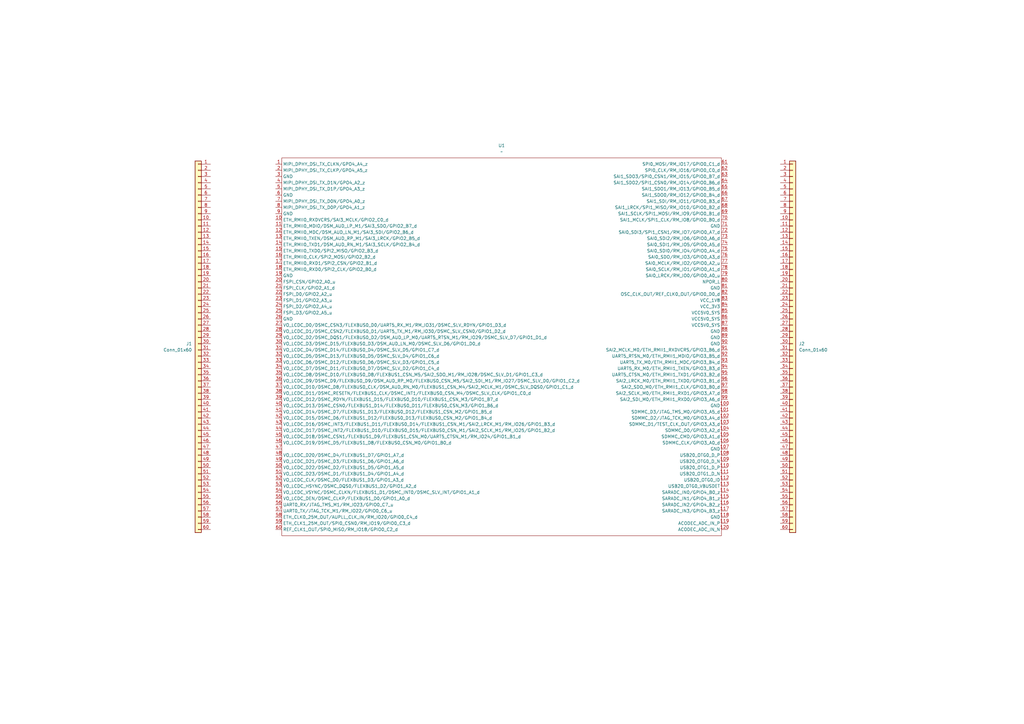
<source format=kicad_sch>
(kicad_sch (version 20250114) (generator "eeschema") (generator_version "9.0")
  (paper "A3")
  (lib_symbols
    (symbol "Connector_Generic:Conn_01x60" (pin_names (offset 1.016) (hide yes))
      (property "Reference" "J" (at 0 76.2 0))
      (property "Value" "Conn_01x60" (at 0 -78.74 0))
      (symbol "Conn_01x60_1_1"
        (rectangle (start -1.27 74.93) (end 1.27 -77.47) (stroke (width 0.254)) (fill (type background)))
        (rectangle (start -1.27 73.787) (end 0 73.533) (stroke (width 0.1524)))
        (rectangle (start -1.27 71.247) (end 0 70.993) (stroke (width 0.1524)))
        (rectangle (start -1.27 68.707) (end 0 68.453) (stroke (width 0.1524)))
        (rectangle (start -1.27 66.167) (end 0 65.913) (stroke (width 0.1524)))
        (rectangle (start -1.27 63.627) (end 0 63.373) (stroke (width 0.1524)))
        (rectangle (start -1.27 61.087) (end 0 60.833) (stroke (width 0.1524)))
        (rectangle (start -1.27 58.547) (end 0 58.293) (stroke (width 0.1524)))
        (rectangle (start -1.27 56.007) (end 0 55.753) (stroke (width 0.1524)))
        (rectangle (start -1.27 53.467) (end 0 53.213) (stroke (width 0.1524)))
        (rectangle (start -1.27 50.927) (end 0 50.673) (stroke (width 0.1524)))
        (rectangle (start -1.27 48.387) (end 0 48.133) (stroke (width 0.1524)))
        (rectangle (start -1.27 45.847) (end 0 45.593) (stroke (width 0.1524)))
        (rectangle (start -1.27 43.307) (end 0 43.053) (stroke (width 0.1524)))
        (rectangle (start -1.27 40.767) (end 0 40.513) (stroke (width 0.1524)))
        (rectangle (start -1.27 38.227) (end 0 37.973) (stroke (width 0.1524)))
        (rectangle (start -1.27 35.687) (end 0 35.433) (stroke (width 0.1524)))
        (rectangle (start -1.27 33.147) (end 0 32.893) (stroke (width 0.1524)))
        (rectangle (start -1.27 30.607) (end 0 30.353) (stroke (width 0.1524)))
        (rectangle (start -1.27 28.067) (end 0 27.813) (stroke (width 0.1524)))
        (rectangle (start -1.27 25.527) (end 0 25.273) (stroke (width 0.1524)))
        (rectangle (start -1.27 22.987) (end 0 22.733) (stroke (width 0.1524)))
        (rectangle (start -1.27 20.447) (end 0 20.193) (stroke (width 0.1524)))
        (rectangle (start -1.27 17.907) (end 0 17.653) (stroke (width 0.1524)))
        (rectangle (start -1.27 15.367) (end 0 15.113) (stroke (width 0.1524)))
        (rectangle (start -1.27 12.827) (end 0 12.573) (stroke (width 0.1524)))
        (rectangle (start -1.27 10.287) (end 0 10.033) (stroke (width 0.1524)))
        (rectangle (start -1.27 7.747) (end 0 7.493) (stroke (width 0.1524)))
        (rectangle (start -1.27 5.207) (end 0 4.953) (stroke (width 0.1524)))
        (rectangle (start -1.27 2.667) (end 0 2.413) (stroke (width 0.1524)))
        (rectangle (start -1.27 0.127) (end 0 -0.127) (stroke (width 0.1524)))
        (rectangle (start -1.27 -2.413) (end 0 -2.667) (stroke (width 0.1524)))
        (rectangle (start -1.27 -4.953) (end 0 -5.207) (stroke (width 0.1524)))
        (rectangle (start -1.27 -7.493) (end 0 -7.747) (stroke (width 0.1524)))
        (rectangle (start -1.27 -10.033) (end 0 -10.287) (stroke (width 0.1524)))
        (rectangle (start -1.27 -12.573) (end 0 -12.827) (stroke (width 0.1524)))
        (rectangle (start -1.27 -15.113) (end 0 -15.367) (stroke (width 0.1524)))
        (rectangle (start -1.27 -17.653) (end 0 -17.907) (stroke (width 0.1524)))
        (rectangle (start -1.27 -20.193) (end 0 -20.447) (stroke (width 0.1524)))
        (rectangle (start -1.27 -22.733) (end 0 -22.987) (stroke (width 0.1524)))
        (rectangle (start -1.27 -25.273) (end 0 -25.527) (stroke (width 0.1524)))
        (rectangle (start -1.27 -27.813) (end 0 -28.067) (stroke (width 0.1524)))
        (rectangle (start -1.27 -30.353) (end 0 -30.607) (stroke (width 0.1524)))
        (rectangle (start -1.27 -32.893) (end 0 -33.147) (stroke (width 0.1524)))
        (rectangle (start -1.27 -35.433) (end 0 -35.687) (stroke (width 0.1524)))
        (rectangle (start -1.27 -37.973) (end 0 -38.227) (stroke (width 0.1524)))
        (rectangle (start -1.27 -40.513) (end 0 -40.767) (stroke (width 0.1524)))
        (rectangle (start -1.27 -43.053) (end 0 -43.307) (stroke (width 0.1524)))
        (rectangle (start -1.27 -45.593) (end 0 -45.847) (stroke (width 0.1524)))
        (rectangle (start -1.27 -48.133) (end 0 -48.387) (stroke (width 0.1524)))
        (rectangle (start -1.27 -50.673) (end 0 -50.927) (stroke (width 0.1524)))
        (rectangle (start -1.27 -53.213) (end 0 -53.467) (stroke (width 0.1524)))
        (rectangle (start -1.27 -55.753) (end 0 -56.007) (stroke (width 0.1524)))
        (rectangle (start -1.27 -58.293) (end 0 -58.547) (stroke (width 0.1524)))
        (rectangle (start -1.27 -60.833) (end 0 -61.087) (stroke (width 0.1524)))
        (rectangle (start -1.27 -63.373) (end 0 -63.627) (stroke (width 0.1524)))
        (rectangle (start -1.27 -65.913) (end 0 -66.167) (stroke (width 0.1524)))
        (rectangle (start -1.27 -68.453) (end 0 -68.707) (stroke (width 0.1524)))
        (rectangle (start -1.27 -70.993) (end 0 -71.247) (stroke (width 0.1524)))
        (rectangle (start -1.27 -73.533) (end 0 -73.787) (stroke (width 0.1524)))
        (rectangle (start -1.27 -76.073) (end 0 -76.327) (stroke (width 0.1524)))
        (pin passive line (at -5.08 73.66 0) (length 3.81) (name "Pin_1") (number "1"))
        (pin passive line (at -5.08 71.12 0) (length 3.81) (name "Pin_2") (number "2"))
        (pin passive line (at -5.08 68.58 0) (length 3.81) (name "Pin_3") (number "3"))
        (pin passive line (at -5.08 66.04 0) (length 3.81) (name "Pin_4") (number "4"))
        (pin passive line (at -5.08 63.5 0) (length 3.81) (name "Pin_5") (number "5"))
        (pin passive line (at -5.08 60.96 0) (length 3.81) (name "Pin_6") (number "6"))
        (pin passive line (at -5.08 58.42 0) (length 3.81) (name "Pin_7") (number "7"))
        (pin passive line (at -5.08 55.88 0) (length 3.81) (name "Pin_8") (number "8"))
        (pin passive line (at -5.08 53.34 0) (length 3.81) (name "Pin_9") (number "9"))
        (pin passive line (at -5.08 50.8 0) (length 3.81) (name "Pin_10") (number "10"))
        (pin passive line (at -5.08 48.26 0) (length 3.81) (name "Pin_11") (number "11"))
        (pin passive line (at -5.08 45.72 0) (length 3.81) (name "Pin_12") (number "12"))
        (pin passive line (at -5.08 43.18 0) (length 3.81) (name "Pin_13") (number "13"))
        (pin passive line (at -5.08 40.64 0) (length 3.81) (name "Pin_14") (number "14"))
        (pin passive line (at -5.08 38.1 0) (length 3.81) (name "Pin_15") (number "15"))
        (pin passive line (at -5.08 35.56 0) (length 3.81) (name "Pin_16") (number "16"))
        (pin passive line (at -5.08 33.02 0) (length 3.81) (name "Pin_17") (number "17"))
        (pin passive line (at -5.08 30.48 0) (length 3.81) (name "Pin_18") (number "18"))
        (pin passive line (at -5.08 27.94 0) (length 3.81) (name "Pin_19") (number "19"))
        (pin passive line (at -5.08 25.4 0) (length 3.81) (name "Pin_20") (number "20"))
        (pin passive line (at -5.08 22.86 0) (length 3.81) (name "Pin_21") (number "21"))
        (pin passive line (at -5.08 20.32 0) (length 3.81) (name "Pin_22") (number "22"))
        (pin passive line (at -5.08 17.78 0) (length 3.81) (name "Pin_23") (number "23"))
        (pin passive line (at -5.08 15.24 0) (length 3.81) (name "Pin_24") (number "24"))
        (pin passive line (at -5.08 12.7 0) (length 3.81) (name "Pin_25") (number "25"))
        (pin passive line (at -5.08 10.16 0) (length 3.81) (name "Pin_26") (number "26"))
        (pin passive line (at -5.08 7.62 0) (length 3.81) (name "Pin_27") (number "27"))
        (pin passive line (at -5.08 5.08 0) (length 3.81) (name "Pin_28") (number "28"))
        (pin passive line (at -5.08 2.54 0) (length 3.81) (name "Pin_29") (number "29"))
        (pin passive line (at -5.08 0 0) (length 3.81) (name "Pin_30") (number "30"))
        (pin passive line (at -5.08 -2.54 0) (length 3.81) (name "Pin_31") (number "31"))
        (pin passive line (at -5.08 -5.08 0) (length 3.81) (name "Pin_32") (number "32"))
        (pin passive line (at -5.08 -7.62 0) (length 3.81) (name "Pin_33") (number "33"))
        (pin passive line (at -5.08 -10.16 0) (length 3.81) (name "Pin_34") (number "34"))
        (pin passive line (at -5.08 -12.7 0) (length 3.81) (name "Pin_35") (number "35"))
        (pin passive line (at -5.08 -15.24 0) (length 3.81) (name "Pin_36") (number "36"))
        (pin passive line (at -5.08 -17.78 0) (length 3.81) (name "Pin_37") (number "37"))
        (pin passive line (at -5.08 -20.32 0) (length 3.81) (name "Pin_38") (number "38"))
        (pin passive line (at -5.08 -22.86 0) (length 3.81) (name "Pin_39") (number "39"))
        (pin passive line (at -5.08 -25.4 0) (length 3.81) (name "Pin_40") (number "40"))
        (pin passive line (at -5.08 -27.94 0) (length 3.81) (name "Pin_41") (number "41"))
        (pin passive line (at -5.08 -30.48 0) (length 3.81) (name "Pin_42") (number "42"))
        (pin passive line (at -5.08 -33.02 0) (length 3.81) (name "Pin_43") (number "43"))
        (pin passive line (at -5.08 -35.56 0) (length 3.81) (name "Pin_44") (number "44"))
        (pin passive line (at -5.08 -38.1 0) (length 3.81) (name "Pin_45") (number "45"))
        (pin passive line (at -5.08 -40.64 0) (length 3.81) (name "Pin_46") (number "46"))
        (pin passive line (at -5.08 -43.18 0) (length 3.81) (name "Pin_47") (number "47"))
        (pin passive line (at -5.08 -45.72 0) (length 3.81) (name "Pin_48") (number "48"))
        (pin passive line (at -5.08 -48.26 0) (length 3.81) (name "Pin_49") (number "49"))
        (pin passive line (at -5.08 -50.8 0) (length 3.81) (name "Pin_50") (number "50"))
        (pin passive line (at -5.08 -53.34 0) (length 3.81) (name "Pin_51") (number "51"))
        (pin passive line (at -5.08 -55.88 0) (length 3.81) (name "Pin_52") (number "52"))
        (pin passive line (at -5.08 -58.42 0) (length 3.81) (name "Pin_53") (number "53"))
        (pin passive line (at -5.08 -60.96 0) (length 3.81) (name "Pin_54") (number "54"))
        (pin passive line (at -5.08 -63.5 0) (length 3.81) (name "Pin_55") (number "55"))
        (pin passive line (at -5.08 -66.04 0) (length 3.81) (name "Pin_56") (number "56"))
        (pin passive line (at -5.08 -68.58 0) (length 3.81) (name "Pin_57") (number "57"))
        (pin passive line (at -5.08 -71.12 0) (length 3.81) (name "Pin_58") (number "58"))
        (pin passive line (at -5.08 -73.66 0) (length 3.81) (name "Pin_59") (number "59"))
        (pin passive line (at -5.08 -76.2 0) (length 3.81) (name "Pin_60") (number "60"))
      )
    )
    (symbol "Core3506:Core3506"
      (property "Reference" "U" (at 8.128 153.67 0))
      (symbol "Core3506_0_0"
        (pin free line (at 5.08 149.86 0) (length 2.54) (name "MIPI_DPHY_DSI_TX_CLKN/GPO4_A4_z") (number "1"))
        (pin free line (at 5.08 147.32 0) (length 2.54) (name "MIPI_DPHY_DSI_TX_CLKP/GPO4_A5_z") (number "2"))
        (pin free line (at 5.08 144.78 0) (length 2.54) (name "GND") (number "3"))
        (pin free line (at 5.08 142.24 0) (length 2.54) (name "MIPI_DPHY_DSI_TX_D1N/GPO4_A2_z") (number "4"))
        (pin free line (at 5.08 139.7 0) (length 2.54) (name "MIPI_DPHY_DSI_TX_D1P/GPO4_A3_z") (number "5"))
        (pin free line (at 5.08 137.16 0) (length 2.54) (name "GND") (number "6"))
        (pin free line (at 5.08 134.62 0) (length 2.54) (name "MIPI_DPHY_DSI_TX_D0N/GPO4_A0_z") (number "7"))
        (pin free line (at 5.08 132.08 0) (length 2.54) (name "MIPI_DPHY_DSI_TX_D0P/GPO4_A1_z") (number "8"))
        (pin free line (at 5.08 129.54 0) (length 2.54) (name "GND") (number "9"))
        (pin free line (at 5.08 127 0) (length 2.54) (name "ETH_RMII0_RXDVCRS/SAI3_MCLK/GPIO2_C0_d") (number "10"))
        (pin free line (at 5.08 124.46 0) (length 2.54) (name "ETH_RMII0_MDIO/DSM_AUD_LP_M1/SAI3_SDO/GPIO2_B7_d") (number "11"))
        (pin free line (at 5.08 121.92 0) (length 2.54) (name "ETH_RMII0_MDC/DSM_AUD_LN_M1/SAI3_SDI/GPIO2_B6_d") (number "12"))
        (pin free line (at 5.08 119.38 0) (length 2.54) (name "ETH_RMII0_TXEN/DSM_AUD_RP_M1/SAI3_LRCK/GPIO2_B5_d") (number "13"))
        (pin free line (at 5.08 116.84 0) (length 2.54) (name "ETH_RMII0_TXD1/DSM_AUD_RN_M1/SAI3_SCLK/GPIO2_B4_d") (number "14"))
        (pin free line (at 5.08 114.3 0) (length 2.54) (name "ETH_RMII0_TXD0/SPI2_MISO/GPIO2_B3_d") (number "15"))
        (pin free line (at 5.08 111.76 0) (length 2.54) (name "ETH_RMII0_CLK/SPI2_MOSI/GPIO2_B2_d") (number "16"))
        (pin free line (at 5.08 109.22 0) (length 2.54) (name "ETH_RMII0_RXD1/SPI2_CSN/GPIO2_B1_d") (number "17"))
        (pin free line (at 5.08 106.68 0) (length 2.54) (name "ETH_RMII0_RXD0/SPI2_CLK/GPIO2_B0_d") (number "18"))
        (pin free line (at 5.08 104.14 0) (length 2.54) (name "GND") (number "19"))
        (pin free line (at 5.08 101.6 0) (length 2.54) (name "FSPI_CSN/GPIO2_A0_u") (number "20"))
        (pin free line (at 5.08 99.06 0) (length 2.54) (name "FSPI_CLK/GPIO2_A1_d") (number "21"))
        (pin free line (at 5.08 96.52 0) (length 2.54) (name "FSPI_D0/GPIO2_A2_u") (number "22"))
        (pin free line (at 5.08 93.98 0) (length 2.54) (name "FSPI_D1/GPIO2_A3_u") (number "23"))
        (pin free line (at 5.08 91.44 0) (length 2.54) (name "FSPI_D2/GPIO2_A4_u") (number "24"))
        (pin free line (at 5.08 88.9 0) (length 2.54) (name "FSPI_D3/GPIO2_A5_u") (number "25"))
        (pin free line (at 5.08 86.36 0) (length 2.54) (name "GND") (number "26"))
        (pin free line (at 5.08 83.82 0) (length 2.54) (name "VO_LCDC_D0/DSMC_CSN3/FLEXBUS0_D0/UART5_RX_M1/RM_IO31/DSMC_SLV_RDYN/GPIO1_D3_d") (number "27"))
        (pin free line (at 5.08 81.28 0) (length 2.54) (name "VO_LCDC_D1/DSMC_CSN2/FLEXBUS0_D1/UART5_TX_M1/RM_IO30/DSMC_SLV_CSN0/GPIO1_D2_d") (number "28"))
        (pin free line (at 5.08 78.74 0) (length 2.54) (name "VO_LCDC_D2/DSMC_DQS1/FLEXBUS0_D2/DSM_AUD_LP_M0/UART5_RTSN_M1/RM_IO29/DSMC_SLV_D7/GPIO1_D1_d") (number "29"))
        (pin free line (at 5.08 76.2 0) (length 2.54) (name "VO_LCDC_D3/DSMC_D15/FLEXBUS0_D3/DSM_AUD_LN_M0/DSMC_SLV_D6/GPIO1_D0_d") (number "30"))
        (pin free line (at 5.08 73.66 0) (length 2.54) (name "VO_LCDC_D4/DSMC_D14/FLEXBUS0_D4/DSMC_SLV_D5/GPIO1_C7_d") (number "31"))
        (pin free line (at 5.08 71.12 0) (length 2.54) (name "VO_LCDC_D5/DSMC_D13/FLEXBUS0_D5/DSMC_SLV_D4/GPIO1_C6_d") (number "32"))
        (pin free line (at 5.08 68.58 0) (length 2.54) (name "VO_LCDC_D6/DSMC_D12/FLEXBUS0_D6/DSMC_SLV_D3/GPIO1_C5_d") (number "33"))
        (pin free line (at 5.08 66.04 0) (length 2.54) (name "VO_LCDC_D7/DSMC_D11/FLEXBUS0_D7/DSMC_SLV_D2/GPIO1_C4_d") (number "34"))
        (pin free line (at 5.08 63.5 0) (length 2.54) (name "VO_LCDC_D8/DSMC_D10/FLEXBUS0_D8/FLEXBUS1_CSN_M5/SAI2_SDO_M1/RM_IO28/DSMC_SLV_D1/GPIO1_C3_d") (number "35"))
        (pin free line (at 5.08 60.96 0) (length 2.54) (name "VO_LCDC_D9/DSMC_D9/FLEXBUS0_D9/DSM_AUD_RP_M0/FLEXBUS0_CSN_M5/SAI2_SDI_M1/RM_IO27/DSMC_SLV_D0/GPIO1_C2_d") (number "36"))
        (pin free line (at 5.08 58.42 0) (length 2.54) (name "VO_LCDC_D10/DSMC_D8/FLEXBUS0_CLK/DSM_AUD_RN_M0/FLEXBUS1_CSN_M4/SAI2_MCLK_M1/DSMC_SLV_DQS0/GPIO1_C1_d") (number "37"))
        (pin free line (at 5.08 55.88 0) (length 2.54) (name "VO_LCDC_D11/DSMC_RESETN/FLEXBUS1_CLK/DSMC_INT1/FLEXBUS0_CSN_M4/DSMC_SLV_CLK/GPIO1_C0_d") (number "38"))
        (pin free line (at 5.08 53.34 0) (length 2.54) (name "VO_LCDC_D12/DSMC_RDYN/FLEXBUS1_D15/FLEXBUS0_D10/FLEXBUS1_CSN_M3/GPIO1_B7_d") (number "39"))
        (pin free line (at 5.08 50.8 0) (length 2.54) (name "VO_LCDC_D13/DSMC_CSN0/FLEXBUS1_D14/FLEXBUS0_D11/FLEXBUS0_CSN_M3/GPIO1_B6_d") (number "40"))
        (pin free line (at 5.08 48.26 0) (length 2.54) (name "VO_LCDC_D14/DSMC_D7/FLEXBUS1_D13/FLEXBUS0_D12/FLEXBUS1_CSN_M2/GPIO1_B5_d") (number "41"))
        (pin free line (at 5.08 45.72 0) (length 2.54) (name "VO_LCDC_D15/DSMC_D6/FLEXBUS1_D12/FLEXBUS0_D13/FLEXBUS0_CSN_M2/GPIO1_B4_d") (number "42"))
        (pin free line (at 5.08 43.18 0) (length 2.54) (name "VO_LCDC_D16/DSMC_INT3/FLEXBUS1_D11/FLEXBUS0_D14/FLEXBUS1_CSN_M1/SAI2_LRCK_M1/RM_IO26/GPIO1_B3_d") (number "43"))
        (pin free line (at 5.08 40.64 0) (length 2.54) (name "VO_LCDC_D17/DSMC_INT2/FLEXBUS1_D10/FLEXBUS0_D15/FLEXBUS0_CSN_M1/SAI2_SCLK_M1/RM_IO25/GPIO1_B2_d") (number "44"))
        (pin free line (at 5.08 38.1 0) (length 2.54) (name "VO_LCDC_D18/DSMC_CSN1/FLEXBUS1_D9/FLEXBUS1_CSN_M0/UART5_CTSN_M1/RM_IO24/GPIO1_B1_d") (number "45"))
        (pin free line (at 5.08 35.56 0) (length 2.54) (name "VO_LCDC_D19/DSMC_D5/FLEXBUS1_D8/FLEXBUS0_CSN_M0/GPIO1_B0_d") (number "46"))
        (pin free line (at 5.08 33.02 0) (length 2.54) (name "") (number "47"))
        (pin free line (at 5.08 30.48 0) (length 2.54) (name "VO_LCDC_D20/DSMC_D4/FLEXBUS1_D7/GPIO1_A7_d") (number "48"))
        (pin free line (at 5.08 27.94 0) (length 2.54) (name "VO_LCDC_D21/DSMC_D3/FLEXBUS1_D6/GPIO1_A6_d") (number "49"))
        (pin free line (at 5.08 25.4 0) (length 2.54) (name "VO_LCDC_D22/DSMC_D2/FLEXBUS1_D5/GPIO1_A5_d") (number "50"))
        (pin free line (at 5.08 22.86 0) (length 2.54) (name "VO_LCDC_D23/DSMC_D1/FLEXBUS1_D4/GPIO1_A4_d") (number "51"))
        (pin free line (at 5.08 20.32 0) (length 2.54) (name "VO_LCDC_CLK/DSMC_D0/FLEXBUS1_D3/GPIO1_A3_d") (number "52"))
        (pin free line (at 5.08 17.78 0) (length 2.54) (name "VO_LCDC_HSYNC/DSMC_DQS0/FLEXBUS1_D2/GPIO1_A2_d") (number "53"))
        (pin free line (at 5.08 15.24 0) (length 2.54) (name "VO_LCDC_VSYNC/DSMC_CLKN/FLEXBUS1_D1/DSMC_INT0/DSMC_SLV_INT/GPIO1_A1_d") (number "54"))
        (pin free line (at 5.08 12.7 0) (length 2.54) (name "VO_LCDC_DEN/DSMC_CLKP/FLEXBUS1_D0/GPIO1_A0_d") (number "55"))
        (pin free line (at 5.08 10.16 0) (length 2.54) (name "UART0_RX/JTAG_TMS_M1/RM_IO23/GPIO0_C7_u") (number "56"))
        (pin free line (at 5.08 7.62 0) (length 2.54) (name "UART0_TX/JTAG_TCK_M1/RM_IO22/GPIO0_C6_u") (number "57"))
        (pin free line (at 5.08 5.08 0) (length 2.54) (name "ETH_CLK0_25M_OUT/AUPLL_CLK_IN/RM_IO20/GPIO0_C4_d") (number "58"))
        (pin free line (at 5.08 2.54 0) (length 2.54) (name "ETH_CLK1_25M_OUT/SPI0_CSN0/RM_IO19/GPIO0_C3_d") (number "59"))
        (pin free line (at 5.08 0 0) (length 2.54) (name "REF_CLK1_OUT/SPI0_MISO/RM_IO18/GPIO0_C2_d") (number "60"))
        (pin free line (at 190.5 149.86 180) (length 2.54) (name "SPI0_MOSI/RM_IO17/GPIO0_C1_d") (number "61"))
        (pin free line (at 190.5 147.32 180) (length 2.54) (name "SPI0_CLK/RM_IO16/GPIO0_C0_d") (number "62"))
        (pin free line (at 190.5 144.78 180) (length 2.54) (name "SAI1_SDO3/SPI0_CSN1/RM_IO15/GPIO0_B7_d") (number "63"))
        (pin free line (at 190.5 142.24 180) (length 2.54) (name "SAI1_SDO2/SPI1_CSN0/RM_IO14/GPIO0_B6_d") (number "64"))
        (pin free line (at 190.5 139.7 180) (length 2.54) (name "SAI1_SDO1/RM_IO13/GPIO0_B5_d") (number "65"))
        (pin free line (at 190.5 137.16 180) (length 2.54) (name "SAI1_SDO0/RM_IO12/GPIO0_B4_d") (number "66"))
        (pin free line (at 190.5 134.62 180) (length 2.54) (name "SAI1_SDI/RM_IO11/GPIO0_B3_d") (number "67"))
        (pin free line (at 190.5 132.08 180) (length 2.54) (name "SAI1_LRCK/SPI1_MISO/RM_IO10/GPIO0_B2_d") (number "68"))
        (pin free line (at 190.5 129.54 180) (length 2.54) (name "SAI1_SCLK/SPI1_MOSI/RM_IO9/GPIO0_B1_d") (number "69"))
        (pin free line (at 190.5 127 180) (length 2.54) (name "SAI1_MCLK/SPI1_CLK/RM_IO8/GPIO0_B0_d") (number "70"))
        (pin free line (at 190.5 124.46 180) (length 2.54) (name "GND") (number "71"))
        (pin free line (at 190.5 121.92 180) (length 2.54) (name "SAI0_SDI3/SPI1_CSN1/RM_IO7/GPIO0_A7_d") (number "72"))
        (pin free line (at 190.5 119.38 180) (length 2.54) (name "SAI0_SDI2/RM_IO6/GPIO0_A6_d") (number "73"))
        (pin free line (at 190.5 116.84 180) (length 2.54) (name "SAI0_SDI1/RM_IO5/GPIO0_A5_d") (number "74"))
        (pin free line (at 190.5 114.3 180) (length 2.54) (name "SAI0_SDI0/RM_IO4/GPIO0_A4_d") (number "75"))
        (pin free line (at 190.5 111.76 180) (length 2.54) (name "SAI0_SDO/RM_IO3/GPIO0_A3_d") (number "76"))
        (pin free line (at 190.5 109.22 180) (length 2.54) (name "SAI0_MCLK/RM_IO2/GPIO0_A2_u") (number "77"))
        (pin free line (at 190.5 106.68 180) (length 2.54) (name "SAI0_SCLK/RM_IO1/GPIO0_A1_d") (number "78"))
        (pin free line (at 190.5 104.14 180) (length 2.54) (name "SAI0_LRCK/RM_IO0/GPIO0_A0_u") (number "79"))
        (pin free line (at 190.5 101.6 180) (length 2.54) (name "NPOR_L") (number "80"))
        (pin free line (at 190.5 99.06 180) (length 2.54) (name "GND") (number "81"))
        (pin free line (at 190.5 96.52 180) (length 2.54) (name "OSC_CLK_OUT/REF_CLK0_OUT/GPIO0_D0_d") (number "82"))
        (pin free line (at 190.5 93.98 180) (length 2.54) (name "VCC_1V8") (number "83"))
        (pin free line (at 190.5 91.44 180) (length 2.54) (name "VCC_3V3") (number "84"))
        (pin free line (at 190.5 88.9 180) (length 2.54) (name "VCC5V0_SYS") (number "85"))
        (pin free line (at 190.5 86.36 180) (length 2.54) (name "VCC5V0_SYS") (number "86"))
        (pin free line (at 190.5 83.82 180) (length 2.54) (name "VCC5V0_SYS") (number "87"))
        (pin free line (at 190.5 81.28 180) (length 2.54) (name "GND") (number "88"))
        (pin free line (at 190.5 78.74 180) (length 2.54) (name "GND") (number "89"))
        (pin free line (at 190.5 76.2 180) (length 2.54) (name "GND") (number "90"))
        (pin free line (at 190.5 73.66 180) (length 2.54) (name "SAI2_MCLK_M0/ETH_RMII1_RXDVCRS/GPIO3_B6_d") (number "91"))
        (pin free line (at 190.5 71.12 180) (length 2.54) (name "UART5_RTSN_M0/ETH_RMII1_MDIO/GPIO3_B5_d") (number "92"))
        (pin free line (at 190.5 68.58 180) (length 2.54) (name "UART5_TX_M0/ETH_RMII1_MDC/GPIO3_B4_d") (number "93"))
        (pin free line (at 190.5 66.04 180) (length 2.54) (name "UART5_RX_M0/ETH_RMII1_TXEN/GPIO3_B3_d") (number "94"))
        (pin free line (at 190.5 63.5 180) (length 2.54) (name "UART5_CTSN_M0/ETH_RMII1_TXD1/GPIO3_B2_d") (number "95"))
        (pin free line (at 190.5 60.96 180) (length 2.54) (name "SAI2_LRCK_M0/ETH_RMII1_TXD0/GPIO3_B1_d") (number "96"))
        (pin free line (at 190.5 58.42 180) (length 2.54) (name "SAI2_SDO_M0/ETH_RMII1_CLK/GPIO3_B0_d") (number "97"))
        (pin free line (at 190.5 55.88 180) (length 2.54) (name "SAI2_SCLK_M0/ETH_RMII1_RXD1/GPIO3_A7_d") (number "98"))
        (pin free line (at 190.5 53.34 180) (length 2.54) (name "SAI2_SDI_M0/ETH_RMII1_RXD0/GPIO3_A6_d") (number "99"))
        (pin free line (at 190.5 50.8 180) (length 2.54) (name "GND") (number "100"))
        (pin free line (at 190.5 48.26 180) (length 2.54) (name "SDMMC_D3/JTAG_TMS_M0/GPIO3_A5_d") (number "101"))
        (pin free line (at 190.5 45.72 180) (length 2.54) (name "SDMMC_D2/JTAG_TCK_M0/GPIO3_A4_d") (number "102"))
        (pin free line (at 190.5 43.18 180) (length 2.54) (name "SDMMC_D1/TEST_CLK_OUT/GPIO3_A3_d") (number "103"))
        (pin free line (at 190.5 40.64 180) (length 2.54) (name "SDMMC_D0/GPIO3_A2_d") (number "104"))
        (pin free line (at 190.5 38.1 180) (length 2.54) (name "SDMMC_CMD/GPIO3_A1_d") (number "105"))
        (pin free line (at 190.5 35.56 180) (length 2.54) (name "SDMMC_CLK/GPIO3_A0_d") (number "106"))
        (pin free line (at 190.5 33.02 180) (length 2.54) (name "GND") (number "107"))
        (pin free line (at 190.5 30.48 180) (length 2.54) (name "USB20_OTG0_D_P") (number "108"))
        (pin free line (at 190.5 27.94 180) (length 2.54) (name "USB20_OTG0_D_N") (number "109"))
        (pin free line (at 190.5 25.4 180) (length 2.54) (name "USB20_OTG1_D_P") (number "110"))
        (pin free line (at 190.5 22.86 180) (length 2.54) (name "USB20_OTG1_D_N") (number "111"))
        (pin free line (at 190.5 20.32 180) (length 2.54) (name "USB20_OTG0_ID") (number "112"))
        (pin free line (at 190.5 17.78 180) (length 2.54) (name "USB20_OTG0_VBUSDET") (number "113"))
        (pin free line (at 190.5 15.24 180) (length 2.54) (name "SARADC_IN0/GPIO4_B0_z") (number "114"))
        (pin free line (at 190.5 12.7 180) (length 2.54) (name "SARADC_IN1/GPIO4_B1_z") (number "115"))
        (pin free line (at 190.5 10.16 180) (length 2.54) (name "SARADC_IN2/GPIO4_B2_z") (number "116"))
        (pin free line (at 190.5 7.62 180) (length 2.54) (name "SARADC_IN3/GPIO4_B3_z") (number "117"))
        (pin free line (at 190.5 5.08 180) (length 2.54) (name "GND") (number "118"))
        (pin free line (at 190.5 2.54 180) (length 2.54) (name "ACODEC_ADC_IN_P") (number "119"))
        (pin free line (at 190.5 0 180) (length 2.54) (name "ACODEC_ADC_IN_N") (number "120"))
      )
      (symbol "Core3506_0_1"
        (rectangle (start 7.62 152.4) (end 187.96 -2.54))
      )
    )
  )
  (symbol (lib_id "Connector_Generic:Conn_01x60") (at 81.28 140.97 0) (mirror y) (unit 1)
    (property "Reference" "J1" (at 78.74 140.9699 0) (effects (justify left)))
    (property "Value" "Conn_01x60" (at 78.74 143.5099 0) (effects (justify left)))
    (property "Footprint" "Library:PinHeader_1x60_P2.54mm_Vertical" (effects (hide yes)))
    (property "Description" "\"Generic connector, single row, 01x60, script generated\"" (effects (hide yes)))
  )
  (symbol (lib_id "Connector_Generic:Conn_01x60") (at 325.12 140.97 0) (unit 1)
    (property "Reference" "J2" (at 327.66 140.9699 0) (effects (justify left)))
    (property "Value" "Conn_01x60" (at 327.66 143.5099 0) (effects (justify left)))
    (property "Footprint" "Library:PinHeader_1x60_P2.54mm_Vertical" (effects (hide yes)))
    (property "Description" "\"Generic connector, single row, 01x60, script generated\"" (effects (hide yes)))
  )
  (symbol (lib_id "Core3506:Core3506") (at 107.95 217.17 0) (unit 1)
    (property "Reference" "U1" (at 205.74 59.69 0))
    (property "Value" "~" (at 205.74 62.23 0))
    (property "Footprint" "Core3506:CORE3506_[32_32]_120P" (effects (hide yes)))
    (property "Description" "Core3506" (effects (hide yes)))
  )
)
</source>
